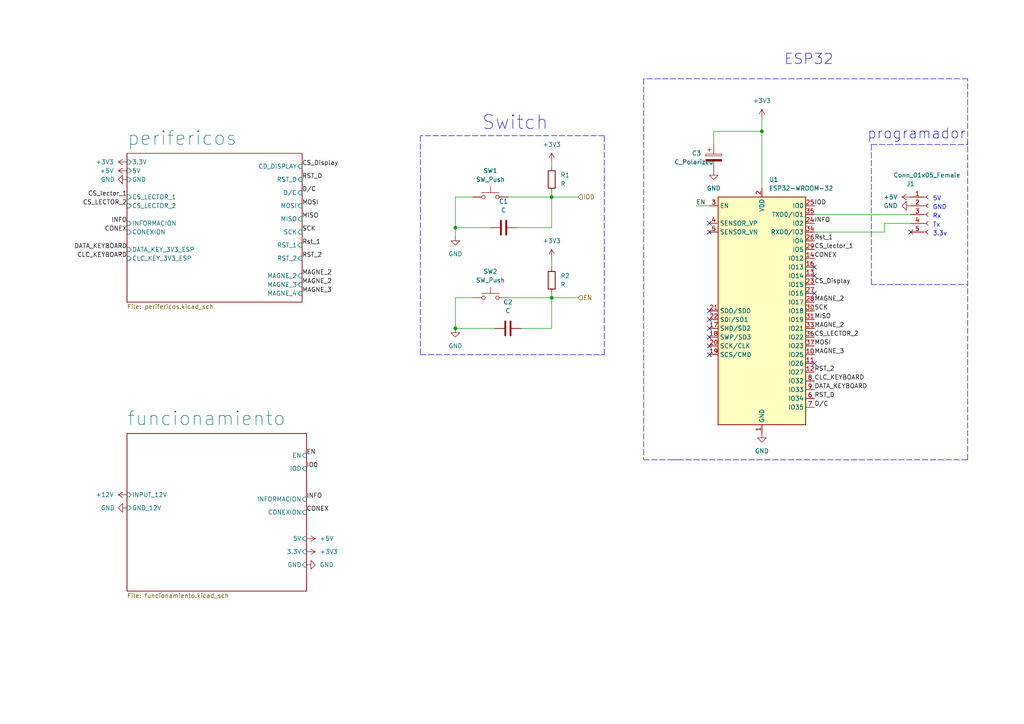
<source format=kicad_sch>
(kicad_sch (version 20211123) (generator eeschema)
  (paper "A4")
  (lib_symbols
    (symbol "Connector:Conn_01x05_Female" (pin_names (offset 1.016) hide)
      (property "Reference" "J" (at 0 7.62 0))
      (property "Value" "Conn_01x05_Female" (at 0 -7.62 0))
      (symbol "Conn_01x05_Female_1_1"
        (arc (start 0 -4.572) (mid -0.508 -5.08) (end 0 -5.588) (stroke (width 0.1524)))
        (arc (start 0 -2.032) (mid -0.508 -2.54) (end 0 -3.048) (stroke (width 0.1524)))
        (polyline (pts (xy -1.27 -5.08) (xy -0.508 -5.08)) (stroke (width 0.1524)))
        (polyline (pts (xy -1.27 -2.54) (xy -0.508 -2.54)) (stroke (width 0.1524)))
        (polyline (pts (xy -1.27 0) (xy -0.508 0)) (stroke (width 0.1524)))
        (polyline (pts (xy -1.27 2.54) (xy -0.508 2.54)) (stroke (width 0.1524)))
        (polyline (pts (xy -1.27 5.08) (xy -0.508 5.08)) (stroke (width 0.1524)))
        (arc (start 0 0.508) (mid -0.508 0) (end 0 -0.508) (stroke (width 0.1524)))
        (arc (start 0 3.048) (mid -0.508 2.54) (end 0 2.032) (stroke (width 0.1524)))
        (arc (start 0 5.588) (mid -0.508 5.08) (end 0 4.572) (stroke (width 0.1524)))
        (pin passive line (at -5.08 5.08 0) (length 3.81) (name "Pin_1") (number "1"))
        (pin passive line (at -5.08 2.54 0) (length 3.81) (name "Pin_2") (number "2"))
        (pin passive line (at -5.08 0 0) (length 3.81) (name "Pin_3") (number "3"))
        (pin passive line (at -5.08 -2.54 0) (length 3.81) (name "Pin_4") (number "4"))
        (pin passive line (at -5.08 -5.08 0) (length 3.81) (name "Pin_5") (number "5"))
      )
    )
    (symbol "Device:C" (pin_numbers hide) (pin_names (offset 0.254))
      (property "Reference" "C" (at 0.635 2.54 0))
      (property "Value" "C" (at 0.635 -2.54 0))
      (symbol "C_0_1"
        (polyline (pts (xy -2.032 -0.762) (xy 2.032 -0.762)) (stroke (width 0.508)))
        (polyline (pts (xy -2.032 0.762) (xy 2.032 0.762)) (stroke (width 0.508)))
      )
      (symbol "C_1_1"
        (pin passive line (at 0 3.81 270) (length 2.794) (name "~") (number "1"))
        (pin passive line (at 0 -3.81 90) (length 2.794) (name "~") (number "2"))
      )
    )
    (symbol "Device:C_Polarized" (pin_numbers hide) (pin_names (offset 0.254))
      (property "Reference" "C" (at 0.635 2.54 0))
      (property "Value" "C_Polarized" (at 0.635 -2.54 0))
      (symbol "C_Polarized_0_1"
        (rectangle (start -2.286 0.508) (end 2.286 1.016))
        (polyline (pts (xy -1.778 2.286) (xy -0.762 2.286)))
        (polyline (pts (xy -1.27 2.794) (xy -1.27 1.778)))
        (rectangle (start 2.286 -0.508) (end -2.286 -1.016) (fill (type outline)))
      )
      (symbol "C_Polarized_1_1"
        (pin passive line (at 0 3.81 270) (length 2.794) (name "~") (number "1"))
        (pin passive line (at 0 -3.81 90) (length 2.794) (name "~") (number "2"))
      )
    )
    (symbol "Device:R" (pin_numbers hide) (pin_names (offset 0))
      (property "Reference" "R" (at 2.032 0 90))
      (property "Value" "R" (at 0 0 90))
      (symbol "R_0_1"
        (rectangle (start -1.016 -2.54) (end 1.016 2.54) (stroke (width 0.254)))
      )
      (symbol "R_1_1"
        (pin passive line (at 0 3.81 270) (length 1.27) (name "~") (number "1"))
        (pin passive line (at 0 -3.81 90) (length 1.27) (name "~") (number "2"))
      )
    )
    (symbol "RF_Module:ESP32-WROOM-32"
      (property "Reference" "U" (at -12.7 34.29 0))
      (property "Value" "ESP32-WROOM-32" (at 1.27 34.29 0))
      (symbol "ESP32-WROOM-32_0_1"
        (rectangle (start -12.7 33.02) (end 12.7 -33.02) (stroke (width 0.254)) (fill (type background)))
      )
      (symbol "ESP32-WROOM-32_1_1"
        (pin power_in line (at 0 -35.56 90) (length 2.54) (name "GND") (number "1"))
        (pin bidirectional line (at 15.24 -12.7 180) (length 2.54) (name "IO25") (number "10"))
        (pin bidirectional line (at 15.24 -15.24 180) (length 2.54) (name "IO26") (number "11"))
        (pin bidirectional line (at 15.24 -17.78 180) (length 2.54) (name "IO27") (number "12"))
        (pin bidirectional line (at 15.24 10.16 180) (length 2.54) (name "IO14") (number "13"))
        (pin bidirectional line (at 15.24 15.24 180) (length 2.54) (name "IO12") (number "14"))
        (pin passive line (at 0 -35.56 90) (length 2.54) hide (name "GND") (number "15"))
        (pin bidirectional line (at 15.24 12.7 180) (length 2.54) (name "IO13") (number "16"))
        (pin bidirectional line (at -15.24 -5.08 0) (length 2.54) (name "SHD/SD2") (number "17"))
        (pin bidirectional line (at -15.24 -7.62 0) (length 2.54) (name "SWP/SD3") (number "18"))
        (pin bidirectional line (at -15.24 -12.7 0) (length 2.54) (name "SCS/CMD") (number "19"))
        (pin power_in line (at 0 35.56 270) (length 2.54) (name "VDD") (number "2"))
        (pin bidirectional line (at -15.24 -10.16 0) (length 2.54) (name "SCK/CLK") (number "20"))
        (pin bidirectional line (at -15.24 0 0) (length 2.54) (name "SDO/SD0") (number "21"))
        (pin bidirectional line (at -15.24 -2.54 0) (length 2.54) (name "SDI/SD1") (number "22"))
        (pin bidirectional line (at 15.24 7.62 180) (length 2.54) (name "IO15") (number "23"))
        (pin bidirectional line (at 15.24 25.4 180) (length 2.54) (name "IO2") (number "24"))
        (pin bidirectional line (at 15.24 30.48 180) (length 2.54) (name "IO0") (number "25"))
        (pin bidirectional line (at 15.24 20.32 180) (length 2.54) (name "IO4") (number "26"))
        (pin bidirectional line (at 15.24 5.08 180) (length 2.54) (name "IO16") (number "27"))
        (pin bidirectional line (at 15.24 2.54 180) (length 2.54) (name "IO17") (number "28"))
        (pin bidirectional line (at 15.24 17.78 180) (length 2.54) (name "IO5") (number "29"))
        (pin input line (at -15.24 30.48 0) (length 2.54) (name "EN") (number "3"))
        (pin bidirectional line (at 15.24 0 180) (length 2.54) (name "IO18") (number "30"))
        (pin bidirectional line (at 15.24 -2.54 180) (length 2.54) (name "IO19") (number "31"))
        (pin no_connect line (at -12.7 -27.94 0) (length 2.54) hide (name "NC") (number "32"))
        (pin bidirectional line (at 15.24 -5.08 180) (length 2.54) (name "IO21") (number "33"))
        (pin bidirectional line (at 15.24 22.86 180) (length 2.54) (name "RXD0/IO3") (number "34"))
        (pin bidirectional line (at 15.24 27.94 180) (length 2.54) (name "TXD0/IO1") (number "35"))
        (pin bidirectional line (at 15.24 -7.62 180) (length 2.54) (name "IO22") (number "36"))
        (pin bidirectional line (at 15.24 -10.16 180) (length 2.54) (name "IO23") (number "37"))
        (pin passive line (at 0 -35.56 90) (length 2.54) hide (name "GND") (number "38"))
        (pin passive line (at 0 -35.56 90) (length 2.54) hide (name "GND") (number "39"))
        (pin input line (at -15.24 25.4 0) (length 2.54) (name "SENSOR_VP") (number "4"))
        (pin input line (at -15.24 22.86 0) (length 2.54) (name "SENSOR_VN") (number "5"))
        (pin input line (at 15.24 -25.4 180) (length 2.54) (name "IO34") (number "6"))
        (pin input line (at 15.24 -27.94 180) (length 2.54) (name "IO35") (number "7"))
        (pin bidirectional line (at 15.24 -20.32 180) (length 2.54) (name "IO32") (number "8"))
        (pin bidirectional line (at 15.24 -22.86 180) (length 2.54) (name "IO33") (number "9"))
      )
    )
    (symbol "Switch:SW_Push" (pin_numbers hide) (pin_names (offset 1.016) hide)
      (property "Reference" "SW" (at 1.27 2.54 0))
      (property "Value" "SW_Push" (at 0 -1.524 0))
      (symbol "SW_Push_0_1"
        (circle (center -2.032 0) (radius 0.508))
        (polyline (pts (xy 0 1.27) (xy 0 3.048)))
        (polyline (pts (xy 2.54 1.27) (xy -2.54 1.27)))
        (circle (center 2.032 0) (radius 0.508))
        (pin passive line (at -5.08 0 0) (length 2.54) (name "1") (number "1"))
        (pin passive line (at 5.08 0 180) (length 2.54) (name "2") (number "2"))
      )
    )
    (symbol "power:+12V" (power) (pin_names (offset 0))
      (property "Value" "+12V" (at 0 3.556 0))
      (symbol "+12V_0_1"
        (polyline (pts (xy -0.762 1.27) (xy 0 2.54)))
        (polyline (pts (xy 0 0) (xy 0 2.54)))
        (polyline (pts (xy 0 2.54) (xy 0.762 1.27)))
      )
      (symbol "+12V_1_1"
        (pin power_in line (at 0 0 90) (length 0) hide (name "+12V") (number "1"))
      )
    )
    (symbol "power:+3.3V" (power) (pin_names (offset 0))
      (property "Value" "+3.3V" (at 0 3.556 0))
      (symbol "+3.3V_0_1"
        (polyline (pts (xy -0.762 1.27) (xy 0 2.54)))
        (polyline (pts (xy 0 0) (xy 0 2.54)))
        (polyline (pts (xy 0 2.54) (xy 0.762 1.27)))
      )
      (symbol "+3.3V_1_1"
        (pin power_in line (at 0 0 90) (length 0) hide (name "+3V3") (number "1"))
      )
    )
    (symbol "power:+5V" (power) (pin_names (offset 0))
      (property "Value" "+5V" (at 0 3.556 0))
      (symbol "+5V_0_1"
        (polyline (pts (xy -0.762 1.27) (xy 0 2.54)))
        (polyline (pts (xy 0 0) (xy 0 2.54)))
        (polyline (pts (xy 0 2.54) (xy 0.762 1.27)))
      )
      (symbol "+5V_1_1"
        (pin power_in line (at 0 0 90) (length 0) hide (name "+5V") (number "1"))
      )
    )
    (symbol "power:GND" (power) (pin_names (offset 0))
      (property "Value" "GND" (at 0 -3.81 0))
      (symbol "GND_0_1"
        (polyline (pts (xy 0 0) (xy 0 -1.27) (xy 1.27 -1.27) (xy 0 -2.54) (xy -1.27 -1.27) (xy 0 -1.27)))
      )
      (symbol "GND_1_1"
        (pin power_in line (at 0 0 270) (length 0) hide (name "GND") (number "1"))
      )
    )
  )
  (junction (at 160.02 57.15))
  (junction (at 220.98 38.1))
  (junction (at 132.08 95.25))
  (junction (at 160.02 86.36))
  (junction (at 132.08 66.04))
  (no_connect (at 264.16 67.31))
  (no_connect (at 205.74 64.77))
  (no_connect (at 205.74 67.31))
  (no_connect (at 236.22 85.09))
  (no_connect (at 205.74 102.87))
  (no_connect (at 236.22 105.41))
  (no_connect (at 205.74 90.17))
  (no_connect (at 205.74 92.71))
  (no_connect (at 205.74 95.25))
  (no_connect (at 205.74 97.79))
  (no_connect (at 205.74 100.33))
  (no_connect (at 236.22 80.01))
  (no_connect (at 236.22 77.47))
  (polyline (pts (xy 186.69 22.86) (xy 186.69 133.35)))
  (wire (pts (xy 151.13 95.25) (xy 160.02 95.25)))
  (polyline (pts (xy 121.92 39.37) (xy 121.92 102.87)))
  (polyline (pts (xy 252.73 41.91) (xy 280.67 41.91)))
  (wire (pts (xy 132.08 66.04) (xy 132.08 68.58)))
  (polyline (pts (xy 175.26 39.37) (xy 121.92 39.37)))
  (wire (pts (xy 236.22 67.31) (xy 256.54 67.31)))
  (wire (pts (xy 147.32 57.15) (xy 160.02 57.15)))
  (polyline (pts (xy 252.73 41.91) (xy 252.73 82.55)))
  (polyline (pts (xy 252.73 82.55) (xy 280.67 82.55)))
  (wire (pts (xy 160.02 46.99) (xy 160.02 48.26)))
  (polyline (pts (xy 175.26 102.87) (xy 175.26 39.37)))
  (wire (pts (xy 132.08 86.36) (xy 137.16 86.36)))
  (wire (pts (xy 160.02 74.93) (xy 160.02 77.47)))
  (wire (pts (xy 256.54 67.31) (xy 256.54 64.77)))
  (wire (pts (xy 160.02 95.25) (xy 160.02 86.36)))
  (wire (pts (xy 160.02 57.15) (xy 160.02 55.88)))
  (polyline (pts (xy 280.67 41.91) (xy 280.67 40.64)))
  (wire (pts (xy 132.08 86.36) (xy 132.08 95.25)))
  (polyline (pts (xy 121.92 102.87) (xy 175.26 102.87)))
  (wire (pts (xy 236.22 62.23) (xy 264.16 62.23)))
  (wire (pts (xy 160.02 57.15) (xy 167.64 57.15)))
  (polyline (pts (xy 186.69 133.35) (xy 196.85 133.35)))
  (polyline (pts (xy 280.67 133.35) (xy 280.67 22.86)))
  (wire (pts (xy 207.01 38.1) (xy 220.98 38.1)))
  (wire (pts (xy 220.98 38.1) (xy 220.98 54.61)))
  (wire (pts (xy 160.02 86.36) (xy 167.64 86.36)))
  (wire (pts (xy 207.01 41.91) (xy 207.01 38.1)))
  (polyline (pts (xy 280.67 22.86) (xy 186.69 22.86)))
  (wire (pts (xy 220.98 34.29) (xy 220.98 38.1)))
  (polyline (pts (xy 194.31 133.35) (xy 280.67 133.35)))
  (wire (pts (xy 160.02 66.04) (xy 160.02 57.15)))
  (wire (pts (xy 132.08 66.04) (xy 142.24 66.04)))
  (wire (pts (xy 132.08 57.15) (xy 132.08 66.04)))
  (wire (pts (xy 147.32 86.36) (xy 160.02 86.36)))
  (wire (pts (xy 149.86 66.04) (xy 160.02 66.04)))
  (wire (pts (xy 160.02 86.36) (xy 160.02 85.09)))
  (wire (pts (xy 256.54 64.77) (xy 264.16 64.77)))
  (wire (pts (xy 201.93 59.69) (xy 205.74 59.69)))
  (wire (pts (xy 132.08 95.25) (xy 143.51 95.25)))
  (wire (pts (xy 132.08 57.15) (xy 137.16 57.15)))
  (text "5V\n" (at 270.51 58.42 0) (effects (font (size 1.27 1.27)) (justify left bottom)))
  (text "Tx\n" (at 270.51 66.04 0) (effects (font (size 1.27 1.27)) (justify left bottom)))
  (text "GND\n" (at 270.51 60.96 0) (effects (font (size 1.27 1.27)) (justify left bottom)))
  (text "Switch\n\n" (at 139.7 44.45 0) (effects (font (size 4 4)) (justify left bottom)))
  (text "ESP32\n" (at 227.33 19.05 0) (effects (font (size 3 3)) (justify left bottom)))
  (text "Rx\n" (at 270.51 63.5 0) (effects (font (size 1.27 1.27)) (justify left bottom)))
  (text "programador\n" (at 251.46 40.64 0) (effects (font (size 3 3)) (justify left bottom)))
  (text "3.3v\n" (at 270.51 68.58 0) (effects (font (size 1.27 1.27)) (justify left bottom)))
  (label "MAGNE_3" (at 236.22 102.87 0))
  (label "CS_Display" (at 87.63 48.26 0))
  (label "MISO" (at 87.63 63.5 0))
  (label "CS_LECTOR_2" (at 36.83 59.69 180))
  (label "D{slash}C" (at 87.63 55.88 0))
  (label "DATA_KEYBOARD" (at 36.83 72.39 180))
  (label "RST_D" (at 87.63 52.07 0))
  (label "CS_lector_1" (at 236.22 72.39 0))
  (label "CONEX" (at 36.83 67.31 180))
  (label "MOSI" (at 87.63 59.69 0))
  (label "IOD" (at 236.22 59.69 0))
  (label "INFO" (at 36.83 64.77 180))
  (label "D{slash}C" (at 236.22 118.11 0))
  (label "INFO" (at 88.9 144.78 0))
  (label "Rst_1" (at 87.63 71.12 0))
  (label "RST_2" (at 87.63 74.93 0))
  (label "CLC_KEYBOARD" (at 36.83 74.93 180))
  (label "SCK" (at 87.63 67.31 0))
  (label "SCK" (at 236.22 90.17 0))
  (label "MISO" (at 236.22 92.71 0))
  (label "RST_D" (at 236.22 115.57 0))
  (label "Rst_1" (at 236.22 69.85 0))
  (label "MAGNE_2" (at 236.22 95.25 0))
  (label "MOSI" (at 236.22 100.33 0))
  (label "CONEX" (at 88.9 148.59 0))
  (label "MAGNE_2" (at 87.63 82.55 0))
  (label "EN" (at 201.93 59.69 0))
  (label "INFO" (at 236.22 64.77 0))
  (label "IO0" (at 88.9 135.89 0))
  (label "CLC_KEYBOARD" (at 236.22 110.49 0))
  (label "EN" (at 88.9 132.08 0))
  (label "RST_2" (at 236.22 107.95 0))
  (label "MAGNE_3" (at 87.63 85.09 0))
  (label "DATA_KEYBOARD" (at 236.22 113.03 0))
  (label "CS_LECTOR_2" (at 236.22 97.79 0))
  (label "MAGNE_2" (at 236.22 87.63 0))
  (label "CS_Display" (at 236.22 82.55 0))
  (label "CS_lector_1" (at 36.83 57.15 180))
  (label "MAGNE_2" (at 87.63 80.01 0))
  (label "CONEX" (at 236.22 74.93 0))
  (hierarchical_label "EN" (shape input) (at 167.64 86.36 0))
  (hierarchical_label "IOD" (shape input) (at 167.64 57.15 0))
  (symbol (lib_id "Device:C_Polarized") (at 207.01 45.72 0) (unit 1)
    (property "Reference" "C3" (at 200.66 44.45 0) (effects (justify left)))
    (property "Value" "C_Polarized" (at 195.58 46.99 0) (effects (justify left)))
    (property "Footprint" "Capacitor_SMD:C_0805_2012Metric_Pad1.18x1.45mm_HandSolder" (effects hide))
    (property "Página Compra" "https://articulo.mercadolibre.com.co/MCO-867216437-x2-47uf-16v-smd-condensador-electrolitico-de-aluminio-_JM#position=4&search_layout=stack&type=item&tracking_id=4109510f-dc30-4b22-b5f2-622256f4e89a" (effects hide))
  )
  (symbol (lib_id "power:+3.3V") (at 160.02 46.99 0) (unit 1)
    (property "Reference" "#PWR011" (effects hide))
    (property "Value" "+3.3V" (at 160.02 41.91 0))
  )
  (symbol (lib_id "power:+5V") (at 88.9 156.21 270) (mirror x) (unit 1)
    (property "Reference" "#PWR06" (effects hide))
    (property "Value" "+5V" (at 92.71 156.2099 90) (effects (justify left)))
  )
  (symbol (lib_id "power:+3.3V") (at 160.02 74.93 0) (unit 1)
    (property "Reference" "#PWR012" (effects hide))
    (property "Value" "+3.3V" (at 160.02 69.85 0))
  )
  (symbol (lib_id "power:GND") (at 132.08 68.58 0) (unit 1)
    (property "Reference" "#PWR09" (effects hide))
    (property "Value" "GND" (at 132.08 73.66 0))
  )
  (symbol (lib_id "power:GND") (at 132.08 95.25 0) (unit 1)
    (property "Reference" "#PWR010" (effects hide))
    (property "Value" "GND" (at 132.08 100.33 0))
  )
  (symbol (lib_id "power:GND") (at 220.98 125.73 0) (unit 1)
    (property "Reference" "#PWR015" (effects hide))
    (property "Value" "GND" (at 220.98 130.81 0))
  )
  (symbol (lib_id "power:+3.3V") (at 220.98 34.29 0) (unit 1)
    (property "Reference" "#PWR014" (effects hide))
    (property "Value" "+3.3V" (at 220.98 29.21 0))
  )
  (symbol (lib_id "Connector:Conn_01x05_Female") (at 269.24 62.23 0) (unit 1)
    (property "Reference" "J1" (at 262.89 53.34 0) (effects (justify left)))
    (property "Value" "Conn_01x05_Female" (at 259.08 50.8 0) (effects (justify left)))
    (property "Footprint" "Connector_Molex:Molex_SL_171971-0005_1x05_P2.54mm_Vertical" (effects hide))
  )
  (symbol (lib_id "Switch:SW_Push") (at 142.24 57.15 0) (unit 1)
    (property "Reference" "SW1" (at 142.24 49.53 0))
    (property "Value" "SW_Push" (at 142.24 52.07 0))
    (property "Footprint" "Button_Switch_SMD:SW_SPST_EVQQ2" (effects hide))
  )
  (symbol (lib_id "power:GND") (at 36.83 147.32 270) (unit 1)
    (property "Reference" "#PWR05" (effects hide))
    (property "Value" "GND" (at 29.21 147.32 90) (effects (justify left)))
  )
  (symbol (lib_id "Switch:SW_Push") (at 142.24 86.36 0) (unit 1)
    (property "Reference" "SW2" (at 142.24 78.74 0))
    (property "Value" "SW_Push" (at 142.24 81.28 0))
    (property "Footprint" "Button_Switch_SMD:SW_SPST_EVQQ2" (effects hide))
  )
  (symbol (lib_id "Device:R") (at 160.02 52.07 0) (unit 1)
    (property "Reference" "R1" (at 162.56 50.7999 0) (effects (justify left)))
    (property "Value" "R" (at 162.56 53.3399 0) (effects (justify left)))
    (property "Footprint" "Resistor_SMD:R_0805_2012Metric_Pad1.20x1.40mm_HandSolder" (effects hide))
  )
  (symbol (lib_id "power:GND") (at 36.83 52.07 270) (unit 1)
    (property "Reference" "#PWR03" (effects hide))
    (property "Value" "GND" (at 29.21 52.07 90) (effects (justify left)))
  )
  (symbol (lib_id "power:GND") (at 88.9 163.83 90) (unit 1)
    (property "Reference" "#PWR08" (effects hide))
    (property "Value" "GND" (at 92.71 163.8299 90) (effects (justify right)))
  )
  (symbol (lib_id "power:+3.3V") (at 88.9 160.02 270) (mirror x) (unit 1)
    (property "Reference" "#PWR07" (effects hide))
    (property "Value" "+3.3V" (at 92.71 160.0199 90) (effects (justify left)))
  )
  (symbol (lib_id "power:+12V") (at 36.83 143.51 90) (unit 1)
    (property "Reference" "#PWR04" (effects hide))
    (property "Value" "+12V" (at 33.02 143.5099 90) (effects (justify left)))
  )
  (symbol (lib_id "Device:C") (at 146.05 66.04 90) (unit 1)
    (property "Reference" "C1" (at 146.05 58.42 90))
    (property "Value" "C" (at 146.05 60.96 90))
    (property "Footprint" "Capacitor_SMD:C_0805_2012Metric_Pad1.18x1.45mm_HandSolder" (effects hide))
  )
  (symbol (lib_id "power:GND") (at 207.01 49.53 0) (unit 1)
    (property "Reference" "#PWR013" (effects hide))
    (property "Value" "GND" (at 207.01 54.61 0))
  )
  (symbol (lib_id "power:+3.3V") (at 36.83 46.99 90) (unit 1)
    (property "Reference" "#PWR01" (effects hide))
    (property "Value" "+3.3V" (at 33.02 46.9899 90) (effects (justify left)))
  )
  (symbol (lib_id "power:GND") (at 264.16 59.69 270) (unit 1)
    (property "Reference" "#PWR017" (effects hide))
    (property "Value" "GND" (at 260.35 59.6899 90) (effects (justify right)))
  )
  (symbol (lib_id "power:+5V") (at 264.16 57.15 90) (unit 1)
    (property "Reference" "#PWR016" (effects hide))
    (property "Value" "+5V" (at 260.35 57.1499 90) (effects (justify left)))
  )
  (symbol (lib_id "Device:C") (at 147.32 95.25 90) (unit 1)
    (property "Reference" "C2" (at 147.32 87.63 90))
    (property "Value" "C" (at 147.32 90.17 90))
    (property "Footprint" "Capacitor_SMD:C_0805_2012Metric_Pad1.18x1.45mm_HandSolder" (effects hide))
  )
  (symbol (lib_id "Device:R") (at 160.02 81.28 0) (unit 1)
    (property "Reference" "R2" (at 162.56 80.0099 0) (effects (justify left)))
    (property "Value" "R" (at 162.56 82.5499 0) (effects (justify left)))
    (property "Footprint" "Resistor_SMD:R_0805_2012Metric_Pad1.20x1.40mm_HandSolder" (effects hide))
  )
  (symbol (lib_id "power:+5V") (at 36.83 49.53 90) (unit 1)
    (property "Reference" "#PWR02" (effects hide))
    (property "Value" "+5V" (at 33.02 49.5299 90) (effects (justify left)))
  )
  (symbol (lib_id "RF_Module:ESP32-WROOM-32") (at 220.98 90.17 0) (unit 1)
    (property "Reference" "U1" (at 222.9994 52.07 0) (effects (justify left)))
    (property "Value" "ESP32-WROOM-32" (at 222.9994 54.61 0) (effects (justify left)))
    (property "Footprint" "RF_Module:ESP32-WROOM-32" (effects hide))
    (property "Datasheet" "https://www.espressif.com/sites/default/files/documentation/esp32-wroom-32_datasheet_en.pdf" (effects hide))
  )
  (sheet (at 36.83 125.73) (size 52.07 45.72) (stroke (width 0.1524))
    (property "Sheet name" "funcionamiento" (at 36.83 123.6534 0) (effects (font (size 4 4)) (justify left bottom)))
    (property "Sheet file" "funcionamiento.kicad_sch" (at 36.83 172.0346 0) (effects (justify left top)))
    (pin "GND" input (at 88.9 163.83 0))
    (pin "3.3V" input (at 88.9 160.02 0))
    (pin "IOD" input (at 88.9 135.89 0))
    (pin "EN" input (at 88.9 132.08 0))
    (pin "5V" input (at 88.9 156.21 0))
    (pin "INPUT_12V" input (at 36.83 143.51 180))
    (pin "GND_12V" input (at 36.83 147.32 180))
    (pin "INFORMACION" input (at 88.9 144.78 0))
    (pin "CONEXION" input (at 88.9 148.59 0))
  )
  (sheet (at 36.83 44.45) (size 50.8 43.18) (stroke (width 0.1524))
    (property "Sheet name" "perifericos" (at 36.83 42.3734 0) (effects (font (size 4 4)) (justify left bottom)))
    (property "Sheet file" "perifericos.kicad_sch" (at 36.83 88.2146 0) (effects (justify left top)))
    (pin "CD_DISPLAY" input (at 87.63 48.26 0))
    (pin "RST_D" input (at 87.63 52.07 0))
    (pin "D{slash}C" input (at 87.63 55.88 0))
    (pin "MOSI" input (at 87.63 59.69 0))
    (pin "MISO" input (at 87.63 63.5 0))
    (pin "SCK" input (at 87.63 67.31 0))
    (pin "MAGNE_2" input (at 87.63 80.01 0))
    (pin "MAGNE_3" input (at 87.63 82.55 0))
    (pin "MAGNE_4" input (at 87.63 85.09 0))
    (pin "CS_LECTOR_1" input (at 36.83 57.15 180))
    (pin "CS_LECTOR_2" input (at 36.83 59.69 180))
    (pin "RST_1" input (at 87.63 71.12 0))
    (pin "RST_2" input (at 87.63 74.93 0))
    (pin "GND" input (at 36.83 52.07 180))
    (pin "5V" input (at 36.83 49.53 180))
    (pin "3.3V" input (at 36.83 46.99 180))
    (pin "INFORMACION" input (at 36.83 64.77 180))
    (pin "CONEXION" input (at 36.83 67.31 180))
    (pin "DATA_KEY_3V3_ESP" input (at 36.83 72.39 180))
    (pin "CLC_KEY_3V3_ESP" input (at 36.83 74.93 180))
  )
)
</source>
